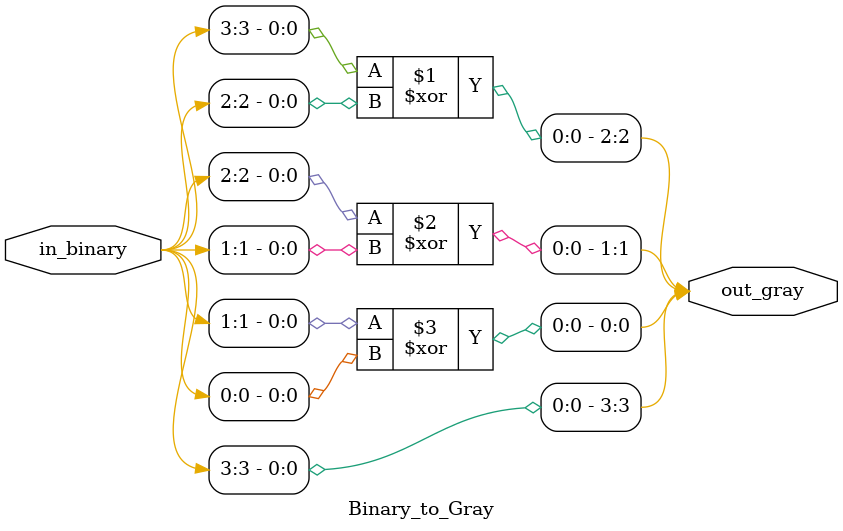
<source format=v>
`timescale 1ns / 1ps
module Binary_to_Gray(
  input [3:0] in_binary,
  output [3:0] out_gray
    );

buf buf1(out_gray[3],in_binary[3]);
xor xor1(out_gray[2],in_binary[3],in_binary[2]);
xor xor2(out_gray[1],in_binary[2],in_binary[1]);
xor xor3(out_gray[0],in_binary[1],in_binary[0]);



endmodule

</source>
